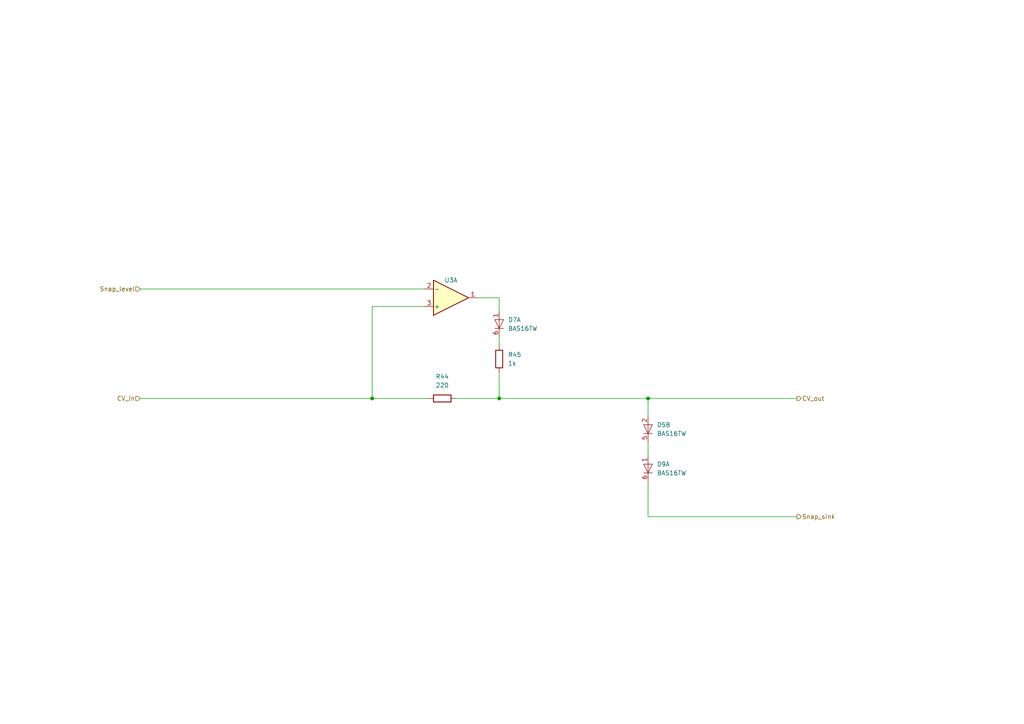
<source format=kicad_sch>
(kicad_sch (version 20230121) (generator eeschema)
  (paper "A4")
  (lib_symbols
    (symbol "Device:R" (pin_numbers hide) (pin_names (offset 0))
      (property "Reference" "R" (at 2.032 0 90))
      (property "Value" "R" (at 0 0 90))
      (symbol "R_0_1"
        (rectangle (start -1.016 -2.54) (end 1.016 2.54) (stroke (width 0.254)))
      )
      (symbol "R_1_1"
        (pin passive line (at 0 3.81 270) (length 1.27) (name "~") (number "1"))
        (pin passive line (at 0 -3.81 90) (length 1.27) (name "~") (number "2"))
      )
    )
    (symbol "Diode:BAS16TW" (pin_names (offset 1.016) hide)
      (property "Reference" "D" (at 0 2.54 0))
      (property "Value" "BAS16TW" (at 0 -2.54 0))
      (symbol "BAS16TW_0_1"
        (polyline (pts (xy -1.27 1.27) (xy -1.27 -1.27)) (stroke (width 0.1524)))
        (polyline (pts (xy 1.27 0) (xy -1.27 0)))
        (polyline (pts (xy 1.27 1.27) (xy 1.27 -1.27)))
        (polyline (pts (xy 1.27 1.27) (xy -1.27 0) (xy 1.27 -1.27)))
      )
      (symbol "BAS16TW_1_1"
        (pin passive line (at 3.81 0 180) (length 2.54) (name "A") (number "1"))
        (pin passive line (at -3.81 0 0) (length 2.54) (name "K") (number "6"))
      )
      (symbol "BAS16TW_2_1"
        (pin passive line (at 3.81 0 180) (length 2.54) (name "A") (number "2"))
        (pin passive line (at -3.81 0 0) (length 2.54) (name "K") (number "5"))
      )
      (symbol "BAS16TW_3_1"
        (pin passive line (at 3.81 0 180) (length 2.54) (name "A") (number "3"))
        (pin passive line (at -3.81 0 0) (length 2.54) (name "K") (number "4"))
      )
    )
    (symbol "WillItBlend:TL074HIDYYR" (pin_names (offset 0.127))
      (property "Reference" "U" (at 0 5.08 0))
      (symbol "TL074HIDYYR_1_1"
        (polyline (pts (xy -5.08 5.08) (xy 5.08 0) (xy -5.08 -5.08) (xy -5.08 5.08)) (stroke (width 0.254)) (fill (type background)))
        (pin output line (at 7.62 0 180) (length 2.54) (name "~") (number "1"))
        (pin input line (at -7.62 -2.54 0) (length 2.54) (name "-") (number "2"))
        (pin input line (at -7.62 2.54 0) (length 2.54) (name "+") (number "3"))
      )
      (symbol "TL074HIDYYR_2_1"
        (polyline (pts (xy -5.08 5.08) (xy 5.08 0) (xy -5.08 -5.08) (xy -5.08 5.08)) (stroke (width 0.254)) (fill (type background)))
        (pin input line (at -7.62 2.54 0) (length 2.54) (name "+") (number "5"))
        (pin input line (at -7.62 -2.54 0) (length 2.54) (name "-") (number "6"))
        (pin output line (at 7.62 0 180) (length 2.54) (name "~") (number "7"))
      )
      (symbol "TL074HIDYYR_3_1"
        (polyline (pts (xy -5.08 5.08) (xy 5.08 0) (xy -5.08 -5.08) (xy -5.08 5.08)) (stroke (width 0.254)) (fill (type background)))
        (pin input line (at -7.62 2.54 0) (length 2.54) (name "+") (number "10"))
        (pin output line (at 7.62 0 180) (length 2.54) (name "~") (number "8"))
        (pin input line (at -7.62 -2.54 0) (length 2.54) (name "-") (number "9"))
      )
      (symbol "TL074HIDYYR_4_1"
        (polyline (pts (xy -5.08 5.08) (xy 5.08 0) (xy -5.08 -5.08) (xy -5.08 5.08)) (stroke (width 0.254)) (fill (type background)))
        (pin input line (at -7.62 2.54 0) (length 2.54) (name "+") (number "12"))
        (pin input line (at -7.62 -2.54 0) (length 2.54) (name "-") (number "13"))
        (pin output line (at 7.62 0 180) (length 2.54) (name "~") (number "14"))
      )
      (symbol "TL074HIDYYR_5_1"
        (rectangle (start -2.54 5.08) (end 2.54 -5.08) (fill (type background)))
        (pin power_in line (at 6.35 -3.81 180) (length 3.81) (name "V-") (number "11"))
        (pin power_in line (at 6.35 3.81 180) (length 3.81) (name "V+") (number "4"))
      )
    )
  )
  (junction (at 107.95 115.57))
  (junction (at 187.96 115.57))
  (junction (at 144.78 115.57))
  (wire (pts (xy 144.78 115.57) (xy 144.78 107.95)))
  (wire (pts (xy 107.95 88.9) (xy 107.95 115.57)))
  (wire (pts (xy 187.96 149.86) (xy 231.14 149.86)))
  (wire (pts (xy 187.96 139.7) (xy 187.96 149.86)))
  (wire (pts (xy 187.96 128.27) (xy 187.96 132.08)))
  (wire (pts (xy 187.96 115.57) (xy 187.96 120.65)))
  (wire (pts (xy 138.43 86.36) (xy 144.78 86.36)))
  (wire (pts (xy 40.64 83.82) (xy 123.19 83.82)))
  (wire (pts (xy 107.95 115.57) (xy 124.46 115.57)))
  (wire (pts (xy 144.78 115.57) (xy 187.96 115.57)))
  (wire (pts (xy 132.08 115.57) (xy 144.78 115.57)))
  (wire (pts (xy 40.64 115.57) (xy 107.95 115.57)))
  (wire (pts (xy 144.78 86.36) (xy 144.78 90.17)))
  (wire (pts (xy 123.19 88.9) (xy 107.95 88.9)))
  (wire (pts (xy 144.78 100.33) (xy 144.78 97.79)))
  (wire (pts (xy 187.96 115.57) (xy 231.14 115.57)))
  (hierarchical_label "CV_out" (shape output) (at 231.14 115.57 0))
  (hierarchical_label "Snap_sink" (shape output) (at 231.14 149.86 0))
  (hierarchical_label "Snap_level" (shape input) (at 40.64 83.82 180))
  (hierarchical_label "CV_in" (shape input) (at 40.64 115.57 180))
  (symbol (lib_id "Diode:BAS16TW") (at 187.96 135.89 90) (unit 1)
    (property "Reference" "D9" (at 190.5 134.6581 90) (effects (justify right)))
    (property "Value" "BAS16TW" (at 190.5 137.1981 90) (effects (justify right)))
    (property "Footprint" "Package_TO_SOT_SMD:SOT-363_SC-70-6" (effects hide))
    (property "Datasheet" "http://www.diodes.com/datasheets/ds30154.pdf" (effects hide))
    (instances (project "WillItBlend" (path "" (reference "D9") (unit 1)) (path "" (reference "D8") (unit 1)) (path "" (reference "D5") (unit 1)) (path "" (reference "D11") (unit 1)) (path "" (reference "D13") (unit 1))))
  )
  (symbol (lib_id "Device:R") (at 128.27 115.57 90) (unit 1)
    (property "Reference" "R44" (at 128.27 109.22 90))
    (property "Value" "220" (at 128.27 111.76 90))
    (instances (project "WillItBlend" (path "" (reference "R44") (unit 1)) (path "" (reference "R42") (unit 1)) (path "" (reference "R40") (unit 1)) (path "" (reference "R46") (unit 1)) (path "" (reference "R48") (unit 1))))
  )
  (symbol (lib_id "Diode:BAS16TW") (at 144.78 93.98 90) (unit 1)
    (property "Reference" "D7" (at 147.32 92.7481 90) (effects (justify right)))
    (property "Value" "BAS16TW" (at 147.32 95.2881 90) (effects (justify right)))
    (property "Footprint" "Package_TO_SOT_SMD:SOT-363_SC-70-6" (effects hide))
    (property "Datasheet" "http://www.diodes.com/datasheets/ds30154.pdf" (effects hide))
    (instances (project "WillItBlend" (path "" (reference "D7") (unit 1)) (path "" (reference "D6") (unit 1)) (path "" (reference "D4") (unit 1)) (path "" (reference "D10") (unit 1)) (path "" (reference "D12") (unit 1))))
  )
  (symbol (lib_id "Device:R") (at 144.78 104.14 0) (unit 1)
    (property "Reference" "R45" (at 147.32 102.87 0) (effects (justify left)))
    (property "Value" "1k" (at 147.32 105.41 0) (effects (justify left)))
    (instances (project "WillItBlend" (path "" (reference "R45") (unit 1)) (path "" (reference "R43") (unit 1)) (path "" (reference "R41") (unit 1)) (path "" (reference "R47") (unit 1)) (path "" (reference "R49") (unit 1))))
  )
  (symbol (lib_id "Diode:BAS16TW") (at 187.96 124.46 90) (unit 2)
    (property "Reference" "D5" (at 190.5 123.2281 90) (effects (justify right)))
    (property "Value" "BAS16TW" (at 190.5 125.7681 90) (effects (justify right)))
    (property "Footprint" "Package_TO_SOT_SMD:SOT-363_SC-70-6" (effects hide))
    (property "Datasheet" "http://www.diodes.com/datasheets/ds30154.pdf" (effects hide))
    (instances (project "WillItBlend" (path "" (reference "D5") (unit 2)) (path "" (reference "D7") (unit 2)) (path "" (reference "D4") (unit 2)) (path "" (reference "D9") (unit 2)) (path "" (reference "D6") (unit 2))))
  )
  (symbol (lib_id "WillItBlend:TL074HIDYYR") (at 130.81 86.36 0) (mirror x) (unit 1)
    (property "Reference" "U3" (at 130.81 81.28 0))
    (property "Value" "TL074HIDYYR" (effects hide))
    (property "Footprint" "WillItBlend:SOT-23-THIN" (effects hide))
    (property "Datasheet" "http://www.ti.com/lit/ds/symlink/tl071.pdf" (effects hide))
    (instances (project "WillItBlend" (path "" (reference "U3") (unit 1)) (path "" (reference "U7") (unit 1)) (path "" (reference "U2") (unit 1)) (path "" (reference "U8") (unit 1)) (path "" (reference "U9") (unit 1))))
  )
)
</source>
